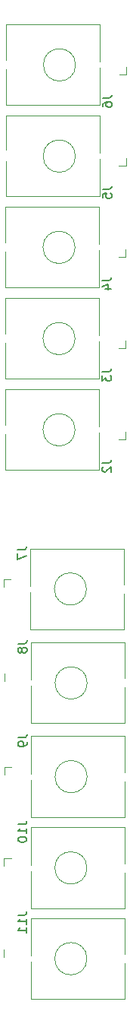
<source format=gbr>
G04 #@! TF.GenerationSoftware,KiCad,Pcbnew,(5.1.2-1)-1*
G04 #@! TF.CreationDate,2020-08-10T22:20:09-07:00*
G04 #@! TF.ProjectId,active_dual_mult,61637469-7665-45f6-9475-616c5f6d756c,rev?*
G04 #@! TF.SameCoordinates,Original*
G04 #@! TF.FileFunction,Legend,Bot*
G04 #@! TF.FilePolarity,Positive*
%FSLAX46Y46*%
G04 Gerber Fmt 4.6, Leading zero omitted, Abs format (unit mm)*
G04 Created by KiCad (PCBNEW (5.1.2-1)-1) date 2020-08-10 22:20:09*
%MOMM*%
%LPD*%
G04 APERTURE LIST*
%ADD10C,0.120000*%
%ADD11C,0.150000*%
%ADD12C,2.232000*%
%ADD13R,1.932000X2.032000*%
%ADD14O,1.802000X1.802000*%
%ADD15R,1.802000X1.802000*%
G04 APERTURE END LIST*
D10*
X153559000Y-84055400D02*
X153559000Y-84915400D01*
X153559000Y-84055400D02*
X154359000Y-84055400D01*
X162839000Y-85115400D02*
G75*
G03X162839000Y-85115400I-1800000J0D01*
G01*
X156539000Y-84765400D02*
X156539000Y-80615400D01*
X156539000Y-89615400D02*
X156539000Y-85465400D01*
X167039000Y-84615400D02*
X167039000Y-80615400D01*
X167039000Y-89615400D02*
X167039000Y-85615400D01*
X156539000Y-89615400D02*
X167039000Y-89615400D01*
X156539000Y-80615400D02*
X167039000Y-80615400D01*
X164263000Y-71886200D02*
X153763000Y-71886200D01*
X164263000Y-62886200D02*
X153763000Y-62886200D01*
X153763000Y-62886200D02*
X153763000Y-66886200D01*
X153763000Y-67886200D02*
X153763000Y-71886200D01*
X164263000Y-62886200D02*
X164263000Y-67036200D01*
X164263000Y-67736200D02*
X164263000Y-71886200D01*
X161563000Y-67386200D02*
G75*
G03X161563000Y-67386200I-1800000J0D01*
G01*
X167243000Y-68446200D02*
X166443000Y-68446200D01*
X167243000Y-68446200D02*
X167243000Y-67586200D01*
X164263000Y-61726200D02*
X153763000Y-61726200D01*
X164263000Y-52726200D02*
X153763000Y-52726200D01*
X153763000Y-52726200D02*
X153763000Y-56726200D01*
X153763000Y-57726200D02*
X153763000Y-61726200D01*
X164263000Y-52726200D02*
X164263000Y-56876200D01*
X164263000Y-57576200D02*
X164263000Y-61726200D01*
X161563000Y-57226200D02*
G75*
G03X161563000Y-57226200I-1800000J0D01*
G01*
X167243000Y-58286200D02*
X166443000Y-58286200D01*
X167243000Y-58286200D02*
X167243000Y-57426200D01*
X167243000Y-48126200D02*
X167243000Y-47266200D01*
X167243000Y-48126200D02*
X166443000Y-48126200D01*
X161563000Y-47066200D02*
G75*
G03X161563000Y-47066200I-1800000J0D01*
G01*
X164263000Y-47416200D02*
X164263000Y-51566200D01*
X164263000Y-42566200D02*
X164263000Y-46716200D01*
X153763000Y-47566200D02*
X153763000Y-51566200D01*
X153763000Y-42566200D02*
X153763000Y-46566200D01*
X164263000Y-42566200D02*
X153763000Y-42566200D01*
X164263000Y-51566200D02*
X153763000Y-51566200D01*
X167268400Y-37966200D02*
X167268400Y-37106200D01*
X167268400Y-37966200D02*
X166468400Y-37966200D01*
X161588400Y-36906200D02*
G75*
G03X161588400Y-36906200I-1800000J0D01*
G01*
X164288400Y-37256200D02*
X164288400Y-41406200D01*
X164288400Y-32406200D02*
X164288400Y-36556200D01*
X153788400Y-37406200D02*
X153788400Y-41406200D01*
X153788400Y-32406200D02*
X153788400Y-36406200D01*
X164288400Y-32406200D02*
X153788400Y-32406200D01*
X164288400Y-41406200D02*
X153788400Y-41406200D01*
X164313800Y-31246200D02*
X153813800Y-31246200D01*
X164313800Y-22246200D02*
X153813800Y-22246200D01*
X153813800Y-22246200D02*
X153813800Y-26246200D01*
X153813800Y-27246200D02*
X153813800Y-31246200D01*
X164313800Y-22246200D02*
X164313800Y-26396200D01*
X164313800Y-27096200D02*
X164313800Y-31246200D01*
X161613800Y-26746200D02*
G75*
G03X161613800Y-26746200I-1800000J0D01*
G01*
X167293800Y-27806200D02*
X166493800Y-27806200D01*
X167293800Y-27806200D02*
X167293800Y-26946200D01*
X153635200Y-94520200D02*
X153635200Y-95380200D01*
X153635200Y-94520200D02*
X154435200Y-94520200D01*
X162915200Y-95580200D02*
G75*
G03X162915200Y-95580200I-1800000J0D01*
G01*
X156615200Y-95230200D02*
X156615200Y-91080200D01*
X156615200Y-100080200D02*
X156615200Y-95930200D01*
X167115200Y-95080200D02*
X167115200Y-91080200D01*
X167115200Y-100080200D02*
X167115200Y-96080200D01*
X156615200Y-100080200D02*
X167115200Y-100080200D01*
X156615200Y-91080200D02*
X167115200Y-91080200D01*
X156589800Y-111679600D02*
X167089800Y-111679600D01*
X156589800Y-120679600D02*
X167089800Y-120679600D01*
X167089800Y-120679600D02*
X167089800Y-116679600D01*
X167089800Y-115679600D02*
X167089800Y-111679600D01*
X156589800Y-120679600D02*
X156589800Y-116529600D01*
X156589800Y-115829600D02*
X156589800Y-111679600D01*
X162889800Y-116179600D02*
G75*
G03X162889800Y-116179600I-1800000J0D01*
G01*
X153609800Y-115119600D02*
X154409800Y-115119600D01*
X153609800Y-115119600D02*
X153609800Y-115979600D01*
X153609800Y-125228800D02*
X153609800Y-126088800D01*
X153609800Y-125228800D02*
X154409800Y-125228800D01*
X162889800Y-126288800D02*
G75*
G03X162889800Y-126288800I-1800000J0D01*
G01*
X156589800Y-125938800D02*
X156589800Y-121788800D01*
X156589800Y-130788800D02*
X156589800Y-126638800D01*
X167089800Y-125788800D02*
X167089800Y-121788800D01*
X167089800Y-130788800D02*
X167089800Y-126788800D01*
X156589800Y-130788800D02*
X167089800Y-130788800D01*
X156589800Y-121788800D02*
X167089800Y-121788800D01*
X156615200Y-101519600D02*
X167115200Y-101519600D01*
X156615200Y-110519600D02*
X167115200Y-110519600D01*
X167115200Y-110519600D02*
X167115200Y-106519600D01*
X167115200Y-105519600D02*
X167115200Y-101519600D01*
X156615200Y-110519600D02*
X156615200Y-106369600D01*
X156615200Y-105669600D02*
X156615200Y-101519600D01*
X162915200Y-106019600D02*
G75*
G03X162915200Y-106019600I-1800000J0D01*
G01*
X153635200Y-104959600D02*
X154435200Y-104959600D01*
X153635200Y-104959600D02*
X153635200Y-105819600D01*
D11*
X155091380Y-80752066D02*
X155805666Y-80752066D01*
X155948523Y-80704447D01*
X156043761Y-80609209D01*
X156091380Y-80466352D01*
X156091380Y-80371114D01*
X155091380Y-81133019D02*
X155091380Y-81799685D01*
X156091380Y-81371114D01*
X164615380Y-71082866D02*
X165329666Y-71082866D01*
X165472523Y-71035247D01*
X165567761Y-70940009D01*
X165615380Y-70797152D01*
X165615380Y-70701914D01*
X164710619Y-71511438D02*
X164663000Y-71559057D01*
X164615380Y-71654295D01*
X164615380Y-71892390D01*
X164663000Y-71987628D01*
X164710619Y-72035247D01*
X164805857Y-72082866D01*
X164901095Y-72082866D01*
X165043952Y-72035247D01*
X165615380Y-71463819D01*
X165615380Y-72082866D01*
X164615380Y-60922866D02*
X165329666Y-60922866D01*
X165472523Y-60875247D01*
X165567761Y-60780009D01*
X165615380Y-60637152D01*
X165615380Y-60541914D01*
X164615380Y-61303819D02*
X164615380Y-61922866D01*
X164996333Y-61589533D01*
X164996333Y-61732390D01*
X165043952Y-61827628D01*
X165091571Y-61875247D01*
X165186809Y-61922866D01*
X165424904Y-61922866D01*
X165520142Y-61875247D01*
X165567761Y-61827628D01*
X165615380Y-61732390D01*
X165615380Y-61446676D01*
X165567761Y-61351438D01*
X165520142Y-61303819D01*
X164615380Y-50762866D02*
X165329666Y-50762866D01*
X165472523Y-50715247D01*
X165567761Y-50620009D01*
X165615380Y-50477152D01*
X165615380Y-50381914D01*
X164948714Y-51667628D02*
X165615380Y-51667628D01*
X164567761Y-51429533D02*
X165282047Y-51191438D01*
X165282047Y-51810485D01*
X164640780Y-40602866D02*
X165355066Y-40602866D01*
X165497923Y-40555247D01*
X165593161Y-40460009D01*
X165640780Y-40317152D01*
X165640780Y-40221914D01*
X164640780Y-41555247D02*
X164640780Y-41079057D01*
X165116971Y-41031438D01*
X165069352Y-41079057D01*
X165021733Y-41174295D01*
X165021733Y-41412390D01*
X165069352Y-41507628D01*
X165116971Y-41555247D01*
X165212209Y-41602866D01*
X165450304Y-41602866D01*
X165545542Y-41555247D01*
X165593161Y-41507628D01*
X165640780Y-41412390D01*
X165640780Y-41174295D01*
X165593161Y-41079057D01*
X165545542Y-41031438D01*
X164666180Y-30442866D02*
X165380466Y-30442866D01*
X165523323Y-30395247D01*
X165618561Y-30300009D01*
X165666180Y-30157152D01*
X165666180Y-30061914D01*
X164666180Y-31347628D02*
X164666180Y-31157152D01*
X164713800Y-31061914D01*
X164761419Y-31014295D01*
X164904276Y-30919057D01*
X165094752Y-30871438D01*
X165475704Y-30871438D01*
X165570942Y-30919057D01*
X165618561Y-30966676D01*
X165666180Y-31061914D01*
X165666180Y-31252390D01*
X165618561Y-31347628D01*
X165570942Y-31395247D01*
X165475704Y-31442866D01*
X165237609Y-31442866D01*
X165142371Y-31395247D01*
X165094752Y-31347628D01*
X165047133Y-31252390D01*
X165047133Y-31061914D01*
X165094752Y-30966676D01*
X165142371Y-30919057D01*
X165237609Y-30871438D01*
X155167580Y-91216866D02*
X155881866Y-91216866D01*
X156024723Y-91169247D01*
X156119961Y-91074009D01*
X156167580Y-90931152D01*
X156167580Y-90835914D01*
X155596152Y-91835914D02*
X155548533Y-91740676D01*
X155500914Y-91693057D01*
X155405676Y-91645438D01*
X155358057Y-91645438D01*
X155262819Y-91693057D01*
X155215200Y-91740676D01*
X155167580Y-91835914D01*
X155167580Y-92026390D01*
X155215200Y-92121628D01*
X155262819Y-92169247D01*
X155358057Y-92216866D01*
X155405676Y-92216866D01*
X155500914Y-92169247D01*
X155548533Y-92121628D01*
X155596152Y-92026390D01*
X155596152Y-91835914D01*
X155643771Y-91740676D01*
X155691390Y-91693057D01*
X155786628Y-91645438D01*
X155977104Y-91645438D01*
X156072342Y-91693057D01*
X156119961Y-91740676D01*
X156167580Y-91835914D01*
X156167580Y-92026390D01*
X156119961Y-92121628D01*
X156072342Y-92169247D01*
X155977104Y-92216866D01*
X155786628Y-92216866D01*
X155691390Y-92169247D01*
X155643771Y-92121628D01*
X155596152Y-92026390D01*
X155142180Y-111340076D02*
X155856466Y-111340076D01*
X155999323Y-111292457D01*
X156094561Y-111197219D01*
X156142180Y-111054361D01*
X156142180Y-110959123D01*
X156142180Y-112340076D02*
X156142180Y-111768647D01*
X156142180Y-112054361D02*
X155142180Y-112054361D01*
X155285038Y-111959123D01*
X155380276Y-111863885D01*
X155427895Y-111768647D01*
X155142180Y-112959123D02*
X155142180Y-113054361D01*
X155189800Y-113149600D01*
X155237419Y-113197219D01*
X155332657Y-113244838D01*
X155523133Y-113292457D01*
X155761228Y-113292457D01*
X155951704Y-113244838D01*
X156046942Y-113197219D01*
X156094561Y-113149600D01*
X156142180Y-113054361D01*
X156142180Y-112959123D01*
X156094561Y-112863885D01*
X156046942Y-112816266D01*
X155951704Y-112768647D01*
X155761228Y-112721028D01*
X155523133Y-112721028D01*
X155332657Y-112768647D01*
X155237419Y-112816266D01*
X155189800Y-112863885D01*
X155142180Y-112959123D01*
X155142180Y-121449276D02*
X155856466Y-121449276D01*
X155999323Y-121401657D01*
X156094561Y-121306419D01*
X156142180Y-121163561D01*
X156142180Y-121068323D01*
X156142180Y-122449276D02*
X156142180Y-121877847D01*
X156142180Y-122163561D02*
X155142180Y-122163561D01*
X155285038Y-122068323D01*
X155380276Y-121973085D01*
X155427895Y-121877847D01*
X156142180Y-123401657D02*
X156142180Y-122830228D01*
X156142180Y-123115942D02*
X155142180Y-123115942D01*
X155285038Y-123020704D01*
X155380276Y-122925466D01*
X155427895Y-122830228D01*
X155167580Y-101656266D02*
X155881866Y-101656266D01*
X156024723Y-101608647D01*
X156119961Y-101513409D01*
X156167580Y-101370552D01*
X156167580Y-101275314D01*
X156167580Y-102180076D02*
X156167580Y-102370552D01*
X156119961Y-102465790D01*
X156072342Y-102513409D01*
X155929485Y-102608647D01*
X155739009Y-102656266D01*
X155358057Y-102656266D01*
X155262819Y-102608647D01*
X155215200Y-102561028D01*
X155167580Y-102465790D01*
X155167580Y-102275314D01*
X155215200Y-102180076D01*
X155262819Y-102132457D01*
X155358057Y-102084838D01*
X155596152Y-102084838D01*
X155691390Y-102132457D01*
X155739009Y-102180076D01*
X155786628Y-102275314D01*
X155786628Y-102465790D01*
X155739009Y-102561028D01*
X155691390Y-102608647D01*
X155596152Y-102656266D01*
%LPC*%
D12*
X165959000Y-85115400D03*
D13*
X154559000Y-85115400D03*
D12*
X157659000Y-85115400D03*
D14*
X155346400Y-77368400D03*
X155346400Y-74828400D03*
X157886400Y-77368400D03*
X157886400Y-74828400D03*
X160426400Y-77368400D03*
X160426400Y-74828400D03*
X162966400Y-77368400D03*
X162966400Y-74828400D03*
X165506400Y-77368400D03*
D15*
X165506400Y-74828400D03*
D12*
X163143000Y-67386200D03*
D13*
X166243000Y-67386200D03*
D12*
X154843000Y-67386200D03*
X163143000Y-57226200D03*
D13*
X166243000Y-57226200D03*
D12*
X154843000Y-57226200D03*
X154843000Y-47066200D03*
D13*
X166243000Y-47066200D03*
D12*
X163143000Y-47066200D03*
X154868400Y-36906200D03*
D13*
X166268400Y-36906200D03*
D12*
X163168400Y-36906200D03*
X163193800Y-26746200D03*
D13*
X166293800Y-26746200D03*
D12*
X154893800Y-26746200D03*
X166035200Y-95580200D03*
D13*
X154635200Y-95580200D03*
D12*
X157735200Y-95580200D03*
X157709800Y-116179600D03*
D13*
X154609800Y-116179600D03*
D12*
X166009800Y-116179600D03*
X166009800Y-126288800D03*
D13*
X154609800Y-126288800D03*
D12*
X157709800Y-126288800D03*
X157735200Y-106019600D03*
D13*
X154635200Y-106019600D03*
D12*
X166035200Y-106019600D03*
M02*

</source>
